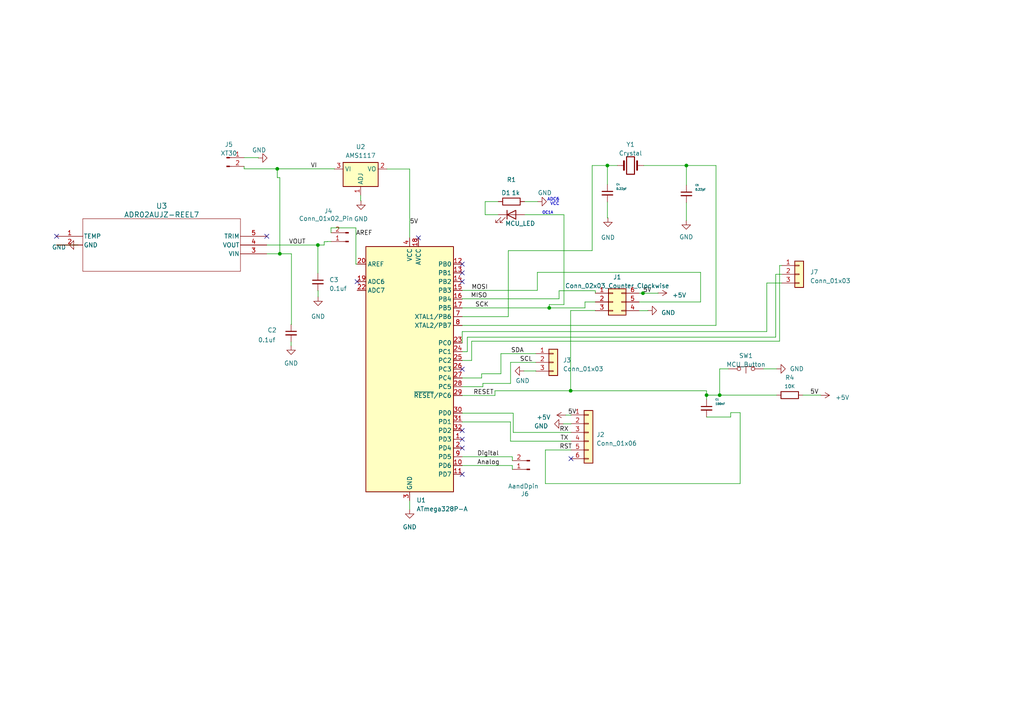
<source format=kicad_sch>
(kicad_sch (version 20230121) (generator eeschema)
  (paper "A4")
  (lib_symbols
    (symbol "2023-06-26_00-14-37:ADR02AUJZ-REEL7" (pin_names (offset 0.254))
      (property "Reference" "U" (at 30.48 10.16 0))
      (property "Value" "ADR02AUJZ-REEL7" (at 30.48 7.62 0))
      (symbol "ADR02AUJZ-REEL7_0_1"
        (polyline (pts (xy 7.62 -10.16) (xy 53.34 -10.16)) (stroke (width 0.127)))
        (polyline (pts (xy 7.62 5.08) (xy 7.62 -10.16)) (stroke (width 0.127)))
        (polyline (pts (xy 53.34 -10.16) (xy 53.34 5.08)) (stroke (width 0.127)))
        (polyline (pts (xy 53.34 5.08) (xy 7.62 5.08)) (stroke (width 0.127)))
        (pin unspecified line (at 0 0 0) (length 7.62) (name "TEMP") (number "1"))
        (pin unspecified line (at 0 -2.54 0) (length 7.62) (name "GND") (number "2"))
        (pin unspecified line (at 60.96 -5.08 180) (length 7.62) (name "VIN") (number "3"))
        (pin unspecified line (at 60.96 -2.54 180) (length 7.62) (name "VOUT") (number "4"))
        (pin unspecified line (at 60.96 0 180) (length 7.62) (name "TRIM") (number "5"))
      )
    )
    (symbol "Connector:Conn_01x02_Pin" (pin_names (offset 1.016) hide)
      (property "Reference" "J" (at 0 2.54 0))
      (property "Value" "Conn_01x02_Pin" (at 0 -5.08 0))
      (symbol "Conn_01x02_Pin_1_1"
        (polyline (pts (xy 1.27 -2.54) (xy 0.8636 -2.54)) (stroke (width 0.1524)))
        (polyline (pts (xy 1.27 0) (xy 0.8636 0)) (stroke (width 0.1524)))
        (rectangle (start 0.8636 -2.413) (end 0 -2.667) (stroke (width 0.1524)) (fill (type outline)))
        (rectangle (start 0.8636 0.127) (end 0 -0.127) (stroke (width 0.1524)) (fill (type outline)))
        (pin passive line (at 5.08 0 180) (length 3.81) (name "Pin_1") (number "1"))
        (pin passive line (at 5.08 -2.54 180) (length 3.81) (name "Pin_2") (number "2"))
      )
    )
    (symbol "Connector_Generic:Conn_01x03" (pin_names (offset 1.016) hide)
      (property "Reference" "J" (at 0 5.08 0))
      (property "Value" "Conn_01x03" (at 0 -5.08 0))
      (symbol "Conn_01x03_1_1"
        (rectangle (start -1.27 -2.413) (end 0 -2.667) (stroke (width 0.1524)))
        (rectangle (start -1.27 0.127) (end 0 -0.127) (stroke (width 0.1524)))
        (rectangle (start -1.27 2.667) (end 0 2.413) (stroke (width 0.1524)))
        (rectangle (start -1.27 3.81) (end 1.27 -3.81) (stroke (width 0.254)) (fill (type background)))
        (pin passive line (at -5.08 2.54 0) (length 3.81) (name "Pin_1") (number "1"))
        (pin passive line (at -5.08 0 0) (length 3.81) (name "Pin_2") (number "2"))
        (pin passive line (at -5.08 -2.54 0) (length 3.81) (name "Pin_3") (number "3"))
      )
    )
    (symbol "Connector_Generic:Conn_01x06" (pin_names (offset 1.016) hide)
      (property "Reference" "J" (at 0 7.62 0))
      (property "Value" "Conn_01x06" (at 0 -10.16 0))
      (symbol "Conn_01x06_1_1"
        (rectangle (start -1.27 -7.493) (end 0 -7.747) (stroke (width 0.1524)))
        (rectangle (start -1.27 -4.953) (end 0 -5.207) (stroke (width 0.1524)))
        (rectangle (start -1.27 -2.413) (end 0 -2.667) (stroke (width 0.1524)))
        (rectangle (start -1.27 0.127) (end 0 -0.127) (stroke (width 0.1524)))
        (rectangle (start -1.27 2.667) (end 0 2.413) (stroke (width 0.1524)))
        (rectangle (start -1.27 5.207) (end 0 4.953) (stroke (width 0.1524)))
        (rectangle (start -1.27 6.35) (end 1.27 -8.89) (stroke (width 0.254)) (fill (type background)))
        (pin passive line (at -5.08 5.08 0) (length 3.81) (name "Pin_1") (number "1"))
        (pin passive line (at -5.08 2.54 0) (length 3.81) (name "Pin_2") (number "2"))
        (pin passive line (at -5.08 0 0) (length 3.81) (name "Pin_3") (number "3"))
        (pin passive line (at -5.08 -2.54 0) (length 3.81) (name "Pin_4") (number "4"))
        (pin passive line (at -5.08 -5.08 0) (length 3.81) (name "Pin_5") (number "5"))
        (pin passive line (at -5.08 -7.62 0) (length 3.81) (name "Pin_6") (number "6"))
      )
    )
    (symbol "Connector_Generic:Conn_02x03_Counter_Clockwise" (pin_names (offset 1.016) hide)
      (property "Reference" "J" (at 1.27 5.08 0))
      (property "Value" "Conn_02x03_Counter_Clockwise" (at 1.27 -5.08 0))
      (symbol "Conn_02x03_Counter_Clockwise_1_1"
        (rectangle (start -1.27 -2.413) (end 0 -2.667) (stroke (width 0.1524)))
        (rectangle (start -1.27 0.127) (end 0 -0.127) (stroke (width 0.1524)))
        (rectangle (start -1.27 2.667) (end 0 2.413) (stroke (width 0.1524)))
        (rectangle (start -1.27 3.81) (end 3.81 -3.81) (stroke (width 0.254)) (fill (type background)))
        (rectangle (start 3.81 -2.413) (end 2.54 -2.667) (stroke (width 0.1524)))
        (rectangle (start 3.81 0.127) (end 2.54 -0.127) (stroke (width 0.1524)))
        (rectangle (start 3.81 2.667) (end 2.54 2.413) (stroke (width 0.1524)))
        (pin passive line (at -5.08 2.54 0) (length 3.81) (name "Pin_1") (number "1"))
        (pin passive line (at -5.08 0 0) (length 3.81) (name "Pin_2") (number "2"))
        (pin passive line (at -5.08 -2.54 0) (length 3.81) (name "Pin_3") (number "3"))
        (pin passive line (at 7.62 -2.54 180) (length 3.81) (name "Pin_4") (number "4"))
        (pin passive line (at 7.62 0 180) (length 3.81) (name "Pin_5") (number "5"))
        (pin passive line (at 7.62 2.54 180) (length 3.81) (name "Pin_6") (number "6"))
      )
    )
    (symbol "Device:C_Small" (pin_numbers hide) (pin_names (offset 0.254) hide)
      (property "Reference" "C" (at 0.254 1.778 0))
      (property "Value" "C_Small" (at 0.254 -2.032 0))
      (symbol "C_Small_0_1"
        (polyline (pts (xy -1.524 -0.508) (xy 1.524 -0.508)) (stroke (width 0.3302)))
        (polyline (pts (xy -1.524 0.508) (xy 1.524 0.508)) (stroke (width 0.3048)))
      )
      (symbol "C_Small_1_1"
        (pin passive line (at 0 2.54 270) (length 2.032) (name "~") (number "1"))
        (pin passive line (at 0 -2.54 90) (length 2.032) (name "~") (number "2"))
      )
    )
    (symbol "Device:Crystal" (pin_numbers hide) (pin_names (offset 1.016) hide)
      (property "Reference" "Y" (at 0 3.81 0))
      (property "Value" "Crystal" (at 0 -3.81 0))
      (symbol "Crystal_0_1"
        (rectangle (start -1.143 2.54) (end 1.143 -2.54) (stroke (width 0.3048)))
        (polyline (pts (xy -2.54 0) (xy -1.905 0)))
        (polyline (pts (xy -1.905 -1.27) (xy -1.905 1.27)) (stroke (width 0.508)))
        (polyline (pts (xy 1.905 -1.27) (xy 1.905 1.27)) (stroke (width 0.508)))
        (polyline (pts (xy 2.54 0) (xy 1.905 0)))
      )
      (symbol "Crystal_1_1"
        (pin passive line (at -3.81 0 0) (length 1.27) (name "1") (number "1"))
        (pin passive line (at 3.81 0 180) (length 1.27) (name "2") (number "2"))
      )
    )
    (symbol "Device:LED" (pin_numbers hide) (pin_names (offset 1.016) hide)
      (property "Reference" "D" (at 0 2.54 0))
      (property "Value" "LED" (at 0 -2.54 0))
      (symbol "LED_0_1"
        (polyline (pts (xy -1.27 -1.27) (xy -1.27 1.27)) (stroke (width 0.254)))
        (polyline (pts (xy -1.27 0) (xy 1.27 0)))
        (polyline (pts (xy 1.27 -1.27) (xy 1.27 1.27) (xy -1.27 0) (xy 1.27 -1.27)) (stroke (width 0.254)))
        (polyline (pts (xy -3.048 -0.762) (xy -4.572 -2.286) (xy -3.81 -2.286) (xy -4.572 -2.286) (xy -4.572 -1.524)))
        (polyline (pts (xy -1.778 -0.762) (xy -3.302 -2.286) (xy -2.54 -2.286) (xy -3.302 -2.286) (xy -3.302 -1.524)))
      )
      (symbol "LED_1_1"
        (pin passive line (at -3.81 0 0) (length 2.54) (name "K") (number "1"))
        (pin passive line (at 3.81 0 180) (length 2.54) (name "A") (number "2"))
      )
    )
    (symbol "Device:R" (pin_numbers hide) (pin_names (offset 0))
      (property "Reference" "R" (at 2.032 0 90))
      (property "Value" "R" (at 0 0 90))
      (symbol "R_0_1"
        (rectangle (start -1.016 -2.54) (end 1.016 2.54) (stroke (width 0.254)))
      )
      (symbol "R_1_1"
        (pin passive line (at 0 3.81 270) (length 1.27) (name "~") (number "1"))
        (pin passive line (at 0 -3.81 90) (length 1.27) (name "~") (number "2"))
      )
    )
    (symbol "MCU_Microchip_ATmega:ATmega328P-A"
      (property "Reference" "U1" (at 1.9559 -37.9984 0))
      (property "Value" "ATmega328P-A" (at 1.9559 -40.5384 0))
      (symbol "ATmega328P-A_0_1"
        (rectangle (start -12.7 -35.56) (end 12.7 35.56) (stroke (width 0.254)) (fill (type background)))
      )
      (symbol "ATmega328P-A_1_1"
        (pin bidirectional line (at 15.24 -20.32 180) (length 2.54) (name "PD3") (number "1"))
        (pin bidirectional line (at 15.24 -27.94 180) (length 2.54) (name "PD6") (number "10"))
        (pin bidirectional line (at 15.24 -30.48 180) (length 2.54) (name "PD7") (number "11"))
        (pin bidirectional line (at 15.24 30.48 180) (length 2.54) (name "PB0") (number "12"))
        (pin bidirectional line (at 15.24 27.94 180) (length 2.54) (name "PB1") (number "13"))
        (pin bidirectional line (at 15.24 25.4 180) (length 2.54) (name "PB2") (number "14"))
        (pin bidirectional line (at 15.24 22.86 180) (length 2.54) (name "PB3") (number "15"))
        (pin bidirectional line (at 15.24 20.32 180) (length 2.54) (name "PB4") (number "16"))
        (pin bidirectional line (at 15.24 17.78 180) (length 2.54) (name "PB5") (number "17"))
        (pin power_in line (at 2.54 38.1 270) (length 2.54) (name "AVCC") (number "18"))
        (pin input line (at -15.24 25.4 0) (length 2.54) (name "ADC6") (number "19"))
        (pin bidirectional line (at 15.24 -22.86 180) (length 2.54) (name "PD4") (number "2"))
        (pin passive line (at -15.24 30.48 0) (length 2.54) (name "AREF") (number "20"))
        (pin passive line (at 0 -38.1 90) (length 2.54) hide (name "GND") (number "21"))
        (pin input line (at -15.24 22.86 0) (length 2.54) (name "ADC7") (number "22"))
        (pin bidirectional line (at 15.24 7.62 180) (length 2.54) (name "PC0") (number "23"))
        (pin bidirectional line (at 15.24 5.08 180) (length 2.54) (name "PC1") (number "24"))
        (pin bidirectional line (at 15.24 2.54 180) (length 2.54) (name "PC2") (number "25"))
        (pin bidirectional line (at 15.24 0 180) (length 2.54) (name "PC3") (number "26"))
        (pin bidirectional line (at 15.24 -2.54 180) (length 2.54) (name "PC4") (number "27"))
        (pin bidirectional line (at 15.24 -5.08 180) (length 2.54) (name "PC5") (number "28"))
        (pin bidirectional line (at 15.24 -7.62 180) (length 2.54) (name "~{RESET}/PC6") (number "29"))
        (pin power_out line (at 0 -38.1 90) (length 2.54) (name "GND") (number "3"))
        (pin bidirectional line (at 15.24 -12.7 180) (length 2.54) (name "PD0") (number "30"))
        (pin bidirectional line (at 15.24 -15.24 180) (length 2.54) (name "PD1") (number "31"))
        (pin bidirectional line (at 15.24 -17.78 180) (length 2.54) (name "PD2") (number "32"))
        (pin power_in line (at 0 38.1 270) (length 2.54) (name "VCC") (number "4"))
        (pin passive line (at 0 -38.1 90) (length 2.54) hide (name "GND") (number "5"))
        (pin passive line (at 0 38.1 270) (length 2.54) hide (name "VCC") (number "6"))
        (pin bidirectional line (at 15.24 15.24 180) (length 2.54) (name "XTAL1/PB6") (number "7"))
        (pin bidirectional line (at 15.24 12.7 180) (length 2.54) (name "XTAL2/PB7") (number "8"))
        (pin bidirectional line (at 15.24 -25.4 180) (length 2.54) (name "PD5") (number "9"))
      )
    )
    (symbol "Regulator_Linear:AMS1117"
      (property "Reference" "U" (at -3.81 3.175 0))
      (property "Value" "AMS1117" (at 0 3.175 0))
      (symbol "AMS1117_0_1"
        (rectangle (start -5.08 -5.08) (end 5.08 1.905) (stroke (width 0.254)) (fill (type background)))
      )
      (symbol "AMS1117_1_1"
        (pin input line (at 0 -7.62 90) (length 2.54) (name "ADJ") (number "1"))
        (pin power_out line (at 7.62 0 180) (length 2.54) (name "VO") (number "2"))
        (pin power_in line (at -7.62 0 0) (length 2.54) (name "VI") (number "3"))
      )
    )
    (symbol "Switch:SW_Push_Open" (pin_numbers hide) (pin_names (offset 1.016) hide)
      (property "Reference" "SW" (at 0 2.54 0))
      (property "Value" "SW_Push_Open" (at 0 -1.905 0))
      (symbol "SW_Push_Open_0_1"
        (circle (center -2.032 0) (radius 0.508))
        (polyline (pts (xy -2.54 -0.635) (xy 2.54 -0.635)))
        (polyline (pts (xy 0 -0.635) (xy 0 1.27)))
        (circle (center 2.032 0) (radius 0.508))
        (pin passive line (at -5.08 0 0) (length 2.54) (name "A") (number "1"))
      )
      (symbol "SW_Push_Open_1_1"
        (pin passive line (at 5.08 0 180) (length 2.54) (name "B") (number "2"))
      )
    )
    (symbol "power:+5V" (power) (pin_names (offset 0))
      (property "Value" "+5V" (at 0 3.556 0))
      (symbol "+5V_0_1"
        (polyline (pts (xy -0.762 1.27) (xy 0 2.54)))
        (polyline (pts (xy 0 0) (xy 0 2.54)))
        (polyline (pts (xy 0 2.54) (xy 0.762 1.27)))
      )
      (symbol "+5V_1_1"
        (pin power_in line (at 0 0 90) (length 0) hide (name "+5V") (number "1"))
      )
    )
    (symbol "power:GND" (power) (pin_names (offset 0))
      (property "Value" "GND" (at 0 -3.81 0))
      (symbol "GND_0_1"
        (polyline (pts (xy 0 0) (xy 0 -1.27) (xy 1.27 -1.27) (xy 0 -2.54) (xy -1.27 -1.27) (xy 0 -1.27)))
      )
      (symbol "GND_1_1"
        (pin power_in line (at 0 0 270) (length 0) hide (name "GND") (number "1"))
      )
    )
  )
  (junction (at 208.7372 114.6048))
  (junction (at 186.4868 85.0392))
  (junction (at 80.4164 48.9712))
  (junction (at 204.9272 114.6048))
  (junction (at 92.202 71.0692))
  (junction (at 165.506 113.3348))
  (junction (at 159.302 89.3064))
  (junction (at 176.1744 48.006))
  (junction (at 81.1628 73.6092))
  (junction (at 199.0852 48.006))
  (no_connect (at 16.4084 68.5292))
  (no_connect (at 134.0612 124.8664))
  (no_connect (at 134.0612 76.6064))
  (no_connect (at 134.0612 127.4064))
  (no_connect (at 121.3612 68.9864))
  (no_connect (at 134.0612 79.1464))
  (no_connect (at 77.3684 68.5292))
  (no_connect (at 134.0612 137.5664))
  (no_connect (at 134.0612 81.6864))
  (no_connect (at 134.0612 107.0864))
  (no_connect (at 103.5812 81.6864))
  (no_connect (at 134.0612 129.9464))
  (no_connect (at 165.608 133.0452))
  (wire (pts (xy 112.2172 49.022) (xy 118.8212 49.022)))
  (wire (pts (xy 134.0612 84.2264) (xy 155.8544 84.2264)))
  (wire (pts (xy 81.1628 73.6092) (xy 81.1628 51.5112)))
  (wire (pts (xy 96.9772 48.9712) (xy 96.9772 49.022)))
  (wire (pts (xy 155.8544 78.994) (xy 203.2 78.994)))
  (wire (pts (xy 147.4216 72.6948) (xy 147.4216 91.8464)))
  (wire (pts (xy 77.3684 73.6092) (xy 81.1628 73.6092)))
  (wire (pts (xy 186.69 48.006) (xy 199.0852 48.006)))
  (wire (pts (xy 165.506 90.0684) (xy 172.6692 90.0684)))
  (wire (pts (xy 134.0612 135.0264) (xy 148.59 135.0264)))
  (wire (pts (xy 203.2 78.994) (xy 203.2 87.5792)))
  (wire (pts (xy 147.4216 72.6948) (xy 171.7548 72.6948)))
  (wire (pts (xy 204.9272 120.9548) (xy 211.9376 120.9548)))
  (wire (pts (xy 185.3692 90.1192) (xy 187.9092 90.1192)))
  (wire (pts (xy 134.0612 91.8464) (xy 147.4216 91.8464)))
  (wire (pts (xy 199.0852 48.006) (xy 207.6704 48.006)))
  (wire (pts (xy 172.6692 90.0684) (xy 172.6692 90.1192)))
  (wire (pts (xy 163.3728 122.936) (xy 165.608 122.936)))
  (wire (pts (xy 165.608 120.396) (xy 165.608 120.3452)))
  (wire (pts (xy 70.8152 48.9712) (xy 80.4164 48.9712)))
  (wire (pts (xy 134.0612 86.6648) (xy 134.0612 86.7664)))
  (wire (pts (xy 224.9932 79.5528) (xy 226.7204 79.5528)))
  (wire (pts (xy 221.4372 106.9848) (xy 225.2472 106.9848)))
  (wire (pts (xy 136.8044 98.9584) (xy 226.1108 98.9584)))
  (wire (pts (xy 164.084 120.396) (xy 165.608 120.396)))
  (wire (pts (xy 155.3972 107.5944) (xy 155.3972 107.6452)))
  (wire (pts (xy 145.288 108.4072) (xy 145.288 102.5652)))
  (wire (pts (xy 148.082 111.2134) (xy 148.082 105.1052)))
  (wire (pts (xy 211.9376 119.6848) (xy 214.6808 119.6848)))
  (wire (pts (xy 104.5972 58.2168) (xy 104.6988 58.2168)))
  (wire (pts (xy 140.0556 111.2134) (xy 148.082 111.2134)))
  (wire (pts (xy 162.1536 84.328) (xy 172.6692 84.328)))
  (wire (pts (xy 226.1108 77.0128) (xy 226.7204 77.0128)))
  (wire (pts (xy 224.9932 97.79) (xy 224.9932 79.5528)))
  (wire (pts (xy 222.4024 82.0928) (xy 226.7204 82.0928)))
  (wire (pts (xy 80.4164 51.5112) (xy 80.4164 48.9712)))
  (wire (pts (xy 84.5312 73.6092) (xy 84.5312 94.0816)))
  (wire (pts (xy 92.2528 84.328) (xy 92.202 84.328)))
  (wire (pts (xy 207.6704 48.006) (xy 207.6704 94.3864)))
  (wire (pts (xy 145.288 102.5652) (xy 155.3972 102.5652)))
  (wire (pts (xy 81.1628 73.6092) (xy 84.5312 73.6092)))
  (wire (pts (xy 134.0612 119.8372) (xy 134.0612 119.7864)))
  (wire (pts (xy 222.4024 96.1644) (xy 222.4024 82.0928)))
  (wire (pts (xy 140.716 58.4708) (xy 144.526 58.4708)))
  (wire (pts (xy 176.1744 48.006) (xy 179.07 48.006)))
  (wire (pts (xy 96.012 66.0908) (xy 96.012 67.5132)))
  (wire (pts (xy 199.0852 63.9572) (xy 199.0344 63.9572)))
  (wire (pts (xy 226.1108 98.9584) (xy 226.1108 77.0128)))
  (wire (pts (xy 148.082 105.1052) (xy 155.3972 105.1052)))
  (wire (pts (xy 92.202 79.248) (xy 92.202 71.0692)))
  (wire (pts (xy 140.716 62.2808) (xy 140.716 58.4708)))
  (wire (pts (xy 151.9428 107.5944) (xy 155.3972 107.5944)))
  (wire (pts (xy 232.8672 114.6048) (xy 238.0488 114.6048)))
  (wire (pts (xy 22.6568 71.0692) (xy 16.4084 71.0692)))
  (wire (pts (xy 186.4868 85.09) (xy 186.4868 85.0392)))
  (wire (pts (xy 159.302 88.3412) (xy 159.302 89.3064)))
  (wire (pts (xy 171.7548 72.6948) (xy 171.7548 48.006)))
  (wire (pts (xy 84.5312 94.0816) (xy 84.4296 94.0816)))
  (wire (pts (xy 169.672 87.5792) (xy 172.6692 87.5792)))
  (wire (pts (xy 171.7548 48.006) (xy 176.1744 48.006)))
  (wire (pts (xy 70.8152 45.72) (xy 74.93 45.72)))
  (wire (pts (xy 187.9092 90.1192) (xy 187.9092 90.0684)))
  (wire (pts (xy 148.8563 125.4252) (xy 165.608 125.4252)))
  (wire (pts (xy 134.0612 99.4664) (xy 134.0612 96.1644)))
  (wire (pts (xy 81.1628 51.5112) (xy 80.4164 51.5112)))
  (wire (pts (xy 136.8044 104.5464) (xy 136.8044 98.9584)))
  (wire (pts (xy 118.8212 49.022) (xy 118.8212 68.9864)))
  (wire (pts (xy 158.1912 130.5052) (xy 165.608 130.5052)))
  (wire (pts (xy 185.3692 85.0392) (xy 186.4868 85.0392)))
  (wire (pts (xy 134.0612 96.1644) (xy 222.4024 96.1644)))
  (wire (pts (xy 204.9272 114.6048) (xy 204.9272 115.8748)))
  (wire (pts (xy 176.1744 58.5724) (xy 176.1744 63.1952)))
  (wire (pts (xy 163.576 62.2808) (xy 163.576 88.3412)))
  (wire (pts (xy 139.7 108.4072) (xy 145.288 108.4072)))
  (wire (pts (xy 104.5972 56.642) (xy 104.5972 58.2168)))
  (wire (pts (xy 134.0612 112.1664) (xy 140.0556 112.1664)))
  (wire (pts (xy 152.146 58.4708) (xy 155.956 58.4708)))
  (wire (pts (xy 162.1536 86.6648) (xy 162.1536 84.328)))
  (wire (pts (xy 190.8556 85.0392) (xy 190.8556 84.9884)))
  (wire (pts (xy 134.0612 102.0064) (xy 135.5344 102.0064)))
  (wire (pts (xy 176.1744 63.1952) (xy 176.3268 63.1952)))
  (wire (pts (xy 92.2528 86.106) (xy 92.2528 84.328)))
  (wire (pts (xy 144.526 62.2808) (xy 140.716 62.2808)))
  (wire (pts (xy 134.0612 132.4864) (xy 148.59 132.4864)))
  (wire (pts (xy 143.5608 114.7064) (xy 134.0612 114.7064)))
  (wire (pts (xy 70.8152 48.9712) (xy 70.8152 48.26)))
  (wire (pts (xy 139.7 109.6264) (xy 134.0612 109.6264)))
  (wire (pts (xy 148.0627 122.3772) (xy 148.0627 127.9652)))
  (wire (pts (xy 159.302 89.3064) (xy 169.672 89.3064)))
  (wire (pts (xy 148.8563 119.8372) (xy 148.8563 125.4252)))
  (wire (pts (xy 204.9272 113.3348) (xy 204.9272 114.6048)))
  (wire (pts (xy 92.202 71.0692) (xy 94.0308 71.0692)))
  (wire (pts (xy 134.0612 122.3772) (xy 148.0627 122.3772)))
  (wire (pts (xy 203.2 87.5792) (xy 185.3692 87.5792)))
  (wire (pts (xy 134.0612 122.3772) (xy 134.0612 122.3264)))
  (wire (pts (xy 186.4868 85.0392) (xy 190.8556 85.0392)))
  (wire (pts (xy 77.3684 71.0692) (xy 92.202 71.0692)))
  (wire (pts (xy 135.5344 97.79) (xy 224.9932 97.79)))
  (wire (pts (xy 84.4296 99.1616) (xy 84.4296 100.2792)))
  (wire (pts (xy 143.5608 113.3348) (xy 165.506 113.3348)))
  (wire (pts (xy 214.6808 140.2588) (xy 158.1912 140.2588)))
  (wire (pts (xy 169.672 89.3064) (xy 169.672 87.5792)))
  (wire (pts (xy 118.8212 145.1864) (xy 118.8212 147.7772)))
  (wire (pts (xy 165.608 122.936) (xy 165.608 122.8852)))
  (wire (pts (xy 135.5344 102.0064) (xy 135.5344 97.79)))
  (wire (pts (xy 211.2772 106.9848) (xy 208.7372 106.9848)))
  (wire (pts (xy 94.9452 70.0532) (xy 96.012 70.0532)))
  (wire (pts (xy 163.576 88.3412) (xy 159.302 88.3412)))
  (wire (pts (xy 148.59 135.0264) (xy 148.59 136.144)))
  (wire (pts (xy 208.7372 106.9848) (xy 208.7372 114.6048)))
  (wire (pts (xy 143.5608 113.3348) (xy 143.5608 114.7064)))
  (wire (pts (xy 148.0627 127.9652) (xy 165.608 127.9652)))
  (wire (pts (xy 165.506 113.3348) (xy 165.506 90.0684)))
  (wire (pts (xy 74.93 45.72) (xy 74.93 45.8216)))
  (wire (pts (xy 148.59 132.4864) (xy 148.59 133.604)))
  (wire (pts (xy 176.1744 53.4924) (xy 176.1744 48.006)))
  (wire (pts (xy 103.5812 76.6064) (xy 103.2256 76.6064)))
  (wire (pts (xy 238.0488 114.6556) (xy 238.0488 114.6048)))
  (wire (pts (xy 152.146 62.2808) (xy 163.576 62.2808)))
  (wire (pts (xy 208.7372 114.6048) (xy 225.2472 114.6048)))
  (wire (pts (xy 207.6704 94.3864) (xy 134.0612 94.3864)))
  (wire (pts (xy 199.0852 58.7756) (xy 199.0852 63.9572)))
  (wire (pts (xy 134.0612 119.8372) (xy 148.8563 119.8372)))
  (wire (pts (xy 204.9272 114.6048) (xy 208.7372 114.6048)))
  (wire (pts (xy 134.0612 104.5464) (xy 136.8044 104.5464)))
  (wire (pts (xy 80.4164 48.9712) (xy 96.9772 48.9712)))
  (wire (pts (xy 165.506 113.3348) (xy 204.9272 113.3348)))
  (wire (pts (xy 214.6808 119.6848) (xy 214.6808 140.2588)))
  (wire (pts (xy 134.0612 89.3064) (xy 159.302 89.3064)))
  (wire (pts (xy 158.1912 140.2588) (xy 158.1912 130.5052)))
  (wire (pts (xy 172.6692 84.328) (xy 172.6692 85.0392)))
  (wire (pts (xy 103.2256 76.6064) (xy 103.2256 66.0908)))
  (wire (pts (xy 199.0852 53.6956) (xy 199.0852 48.006)))
  (wire (pts (xy 139.7 108.4072) (xy 139.7 109.6264)))
  (wire (pts (xy 103.2256 66.0908) (xy 96.012 66.0908)))
  (wire (pts (xy 140.0556 112.1664) (xy 140.0556 111.2134)))
  (wire (pts (xy 94.0308 70.104) (xy 94.0308 71.0692)))
  (wire (pts (xy 134.0612 86.6648) (xy 162.1536 86.6648)))
  (wire (pts (xy 94.9452 70.104) (xy 94.0308 70.104)))
  (wire (pts (xy 94.9452 70.0532) (xy 94.9452 70.104)))
  (wire (pts (xy 211.9376 120.9548) (xy 211.9376 119.6848)))
  (wire (pts (xy 155.8544 84.2264) (xy 155.8544 78.994)))
  (text "VCC" (at 162.306 59.7408 0) (effects (font (size 0.9 0.9)) (justify right bottom)))
  (text "ADC6" (at 162.306 58.4708 0) (effects (font (size 0.9 0.9)) (justify right bottom)))
  (text "OC1A" (at 157.226 62.2808 0) (effects (font (size 0.8 0.8)) (justify left bottom)))
  (label "5V" (at 164.718 120.396 0))
  (label "SCK" (at 137.8055 89.3064 0))
  (label "VOUT" (at 83.7768 71.0692 0))
  (label "SDA" (at 148.1933 102.5652 0))
  (label "5V" (at 186.4868 85.09 0))
  (label "MISO" (at 136.5249 86.6648 0))
  (label "AREF" (at 103.2256 68.5535 0))
  (label "MOSI" (at 136.7395 84.2264 0))
  (label "5V" (at 234.9585 114.6048 0))
  (label "Analog" (at 138.3876 135.0264 0))
  (label "RX" (at 162.2751 125.4252 0))
  (label "SCL" (at 150.7707 105.1052 0))
  (label "TX" (at 162.4915 127.9652 0))
  (label "RST" (at 162.2752 130.5052 0))
  (label "Digital" (at 138.3876 132.4864 0))
  (label "5V" (at 118.8212 65.1894 0))
  (label "RESET" (at 137.2805 114.7064 0))
  (label "VI" (at 90.1025 48.9712 0))
  (symbol (lib_id "power:GND") (at 225.2472 106.9848 90) (unit 1)
    (property "Reference" "#PWR03" (effects hide))
    (property "Value" "GND" (at 229.0572 106.9847 90) (effects (justify right)))
  )
  (symbol (lib_id "Connector_Generic:Conn_01x06") (at 170.688 125.4252 0) (unit 1)
    (property "Reference" "J2" (at 172.974 126.0602 0) (effects (justify left)))
    (property "Value" "Conn_01x06" (at 172.974 128.6002 0) (effects (justify left)))
    (property "Footprint" "Connector_PinHeader_2.54mm:PinHeader_1x06_P2.54mm_Vertical" (effects hide))
  )
  (symbol (lib_id "Connector:Conn_01x02_Pin") (at 65.7352 45.72 0) (unit 1)
    (property "Reference" "J5" (at 66.3702 41.91 0))
    (property "Value" "XT30" (at 66.3702 44.45 0))
    (property "Footprint" "Connector_AMASS:AMASS_XT30U-F_1x02_P5.0mm_Vertical" (effects hide))
  )
  (symbol (lib_id "power:+5V") (at 164.084 120.396 90) (unit 1)
    (property "Reference" "#PWR013" (effects hide))
    (property "Value" "+5V" (at 159.7152 121.031 90) (effects (justify left)))
  )
  (symbol (lib_id "power:GND") (at 84.4296 100.2792 0) (unit 1)
    (property "Reference" "#PWR09" (effects hide))
    (property "Value" "GND" (at 84.4296 105.3592 0))
  )
  (symbol (lib_id "power:GND") (at 199.0344 63.9572 0) (unit 1)
    (property "Reference" "#PWR016" (effects hide))
    (property "Value" "GND" (at 199.0344 68.7324 0))
  )
  (symbol (lib_id "Device:C_Small") (at 176.1744 56.0324 0) (unit 1)
    (property "Reference" "C4" (at 178.7144 53.4924 0) (effects (font (size 0.5 0.5)) (justify left)))
    (property "Value" "0.22pf" (at 178.7144 54.7624 0) (effects (font (size 0.6 0.6)) (justify left)))
    (property "Footprint" "Capacitor_THT:C_Disc_D3.0mm_W1.6mm_P2.50mm" (effects hide))
  )
  (symbol (lib_id "Device:Crystal") (at 182.88 48.006 0) (unit 1)
    (property "Reference" "Y1" (at 182.88 41.91 0))
    (property "Value" "Crystal" (at 182.88 44.45 0))
    (property "Footprint" "Crystal:Crystal_HC49-4H_Vertical" (effects hide))
  )
  (symbol (lib_id "Device:R") (at 148.336 58.4708 90) (unit 1)
    (property "Reference" "R1" (at 148.336 52.1208 90))
    (property "Value" "1k" (at 149.606 55.9308 90))
    (property "Footprint" "Resistor_THT:R_Axial_DIN0204_L3.6mm_D1.6mm_P1.90mm_Vertical" (effects hide))
  )
  (symbol (lib_id "Connector:Conn_01x02_Pin") (at 153.67 136.144 180) (unit 1)
    (property "Reference" "J6" (at 152.2476 143.256 0))
    (property "Value" "AandDpin" (at 151.7904 141.0208 0))
    (property "Footprint" "Connector_PinHeader_2.54mm:PinHeader_1x02_P2.54mm_Vertical" (effects hide))
  )
  (symbol (lib_id "power:GND") (at 74.93 45.8216 90) (unit 1)
    (property "Reference" "#PWR07" (effects hide))
    (property "Value" "GND" (at 73.1012 43.5356 90) (effects (justify right)))
  )
  (symbol (lib_id "Device:C_Small") (at 199.0852 56.2356 0) (unit 1)
    (property "Reference" "C5" (at 201.6252 53.6956 0) (effects (font (size 0.5 0.5)) (justify left)))
    (property "Value" "0.22pf" (at 201.6252 54.9656 0) (effects (font (size 0.6 0.6)) (justify left)))
    (property "Footprint" "Capacitor_THT:C_Disc_D3.0mm_W1.6mm_P2.50mm" (effects hide))
  )
  (symbol (lib_id "Switch:SW_Push_Open") (at 216.3572 106.9848 180) (unit 1)
    (property "Reference" "SW1" (at 216.3572 103.1748 0))
    (property "Value" "MCU_Button" (at 216.3572 105.7148 0))
    (property "Footprint" "Button_Switch_THT:SW_PUSH_6mm" (effects hide))
  )
  (symbol (lib_id "power:+5V") (at 238.0488 114.6556 270) (unit 1)
    (property "Reference" "#PWR011" (effects hide))
    (property "Value" "+5V" (at 242.2652 115.2906 90) (effects (justify left)))
  )
  (symbol (lib_id "power:GND") (at 118.8212 147.7772 0) (unit 1)
    (property "Reference" "#PWR01" (effects hide))
    (property "Value" "GND" (at 118.8212 152.8572 0))
  )
  (symbol (lib_id "power:GND") (at 22.6568 71.0692 270) (unit 1)
    (property "Reference" "#PWR08" (effects hide))
    (property "Value" "GND" (at 19.1516 71.7042 90) (effects (justify right)))
  )
  (symbol (lib_id "Device:R") (at 229.0572 114.6048 90) (unit 1)
    (property "Reference" "R4" (at 229.0572 109.5248 90))
    (property "Value" "10K" (at 229.0572 112.0648 90) (effects (font (size 1 1))))
    (property "Footprint" "Resistor_SMD:R_1206_3216Metric" (effects hide))
  )
  (symbol (lib_id "MCU_Microchip_ATmega:ATmega328P-A") (at 118.8212 107.0864 0) (unit 1)
    (property "Reference" "U1" (at 120.7771 145.0848 0) (effects (justify left)))
    (property "Value" "ATmega328P-A" (at 120.7771 147.6248 0) (effects (justify left)))
    (property "Footprint" "Package_QFP:TQFP-32_7x7mm_P0.8mm" (effects hide))
    (property "Datasheet" "http://ww1.microchip.com/downloads/en/DeviceDoc/ATmega328_P%20AVR%20MCU%20with%20picoPower%20Technology%20Data%20Sheet%2040001984A.pdf" (effects hide))
  )
  (symbol (lib_id "power:GND") (at 155.956 58.4708 90) (unit 1)
    (property "Reference" "#PWR02" (effects hide))
    (property "Value" "GND" (at 155.956 55.9308 90) (effects (justify right)))
  )
  (symbol (lib_id "2023-06-26_00-14-37:ADR02AUJZ-REEL7") (at 16.4084 68.5292 0) (unit 1)
    (property "Reference" "U3" (at 46.8884 59.7408 0) (effects (font (size 1.524 1.524))))
    (property "Value" "ADR02AUJZ-REEL7" (at 46.8884 62.2808 0) (effects (font (size 1.524 1.524))))
    (property "Footprint" "footprints:UJ_5_ADI" (effects hide))
    (property "Datasheet" "ADR02AUJZ-REEL7" (effects hide))
  )
  (symbol (lib_id "power:GND") (at 151.9428 107.5944 270) (unit 1)
    (property "Reference" "#PWR05" (effects hide))
    (property "Value" "GND" (at 153.6192 110.4392 90) (effects (justify right)))
  )
  (symbol (lib_id "power:+5V") (at 190.8556 84.9884 270) (unit 1)
    (property "Reference" "#PWR014" (effects hide))
    (property "Value" "+5V" (at 194.9704 85.6234 90) (effects (justify left)))
  )
  (symbol (lib_id "power:GND") (at 163.3728 122.936 270) (unit 1)
    (property "Reference" "#PWR06" (effects hide))
    (property "Value" "GND" (at 159.004 123.571 90) (effects (justify right)))
  )
  (symbol (lib_id "Connector_Generic:Conn_01x03") (at 231.8004 79.5528 0) (unit 1)
    (property "Reference" "J7" (at 234.95 78.9178 0) (effects (justify left)))
    (property "Value" "Conn_01x03" (at 234.95 81.4578 0) (effects (justify left)))
    (property "Footprint" "Connector_PinHeader_2.54mm:PinHeader_1x03_P2.54mm_Vertical" (effects hide))
  )
  (symbol (lib_id "Regulator_Linear:AMS1117") (at 104.5972 49.022 0) (unit 1)
    (property "Reference" "U2" (at 104.5972 42.5704 0))
    (property "Value" "AMS1117" (at 104.5972 45.1104 0))
    (property "Footprint" "Package_TO_SOT_SMD:SOT-223-3_TabPin2" (effects hide))
    (property "Datasheet" "http://www.advanced-monolithic.com/pdf/ds1117.pdf" (effects hide))
  )
  (symbol (lib_id "power:GND") (at 176.3268 63.1952 0) (unit 1)
    (property "Reference" "#PWR015" (effects hide))
    (property "Value" "GND" (at 176.3268 68.8848 0))
  )
  (symbol (lib_id "Connector:Conn_01x02_Pin") (at 101.092 70.0532 180) (unit 1)
    (property "Reference" "J4" (at 94.0308 61.214 0) (effects (justify right)))
    (property "Value" "Conn_01x02_Pin" (at 86.6648 63.3984 0) (effects (justify right)))
    (property "Footprint" "Connector_PinHeader_2.54mm:PinHeader_1x02_P2.54mm_Vertical" (effects hide))
  )
  (symbol (lib_id "power:GND") (at 92.2528 86.106 0) (unit 1)
    (property "Reference" "#PWR010" (effects hide))
    (property "Value" "GND" (at 92.2528 91.7956 0))
  )
  (symbol (lib_id "Connector_Generic:Conn_01x03") (at 160.4772 105.1052 0) (unit 1)
    (property "Reference" "J3" (at 163.2712 104.4702 0) (effects (justify left)))
    (property "Value" "Conn_01x03" (at 163.2712 107.0102 0) (effects (justify left)))
    (property "Footprint" "Connector_PinHeader_2.54mm:PinHeader_1x03_P2.54mm_Vertical" (effects hide))
  )
  (symbol (lib_id "power:GND") (at 187.9092 90.0684 90) (unit 1)
    (property "Reference" "#PWR04" (effects hide))
    (property "Value" "GND" (at 191.77 90.7034 90) (effects (justify right)))
  )
  (symbol (lib_id "Connector_Generic:Conn_02x03_Counter_Clockwise") (at 177.7492 87.5792 0) (unit 1)
    (property "Reference" "J1" (at 179.0192 80.3656 0))
    (property "Value" "Conn_02x03_Counter_Clockwise" (at 179.0192 82.9056 0))
    (property "Footprint" "Connector_PinHeader_2.54mm:PinHeader_2x03_P2.54mm_Vertical" (effects hide))
  )
  (symbol (lib_id "Device:C_Small") (at 84.4296 96.6216 0) (unit 1)
    (property "Reference" "C2" (at 77.5716 95.758 0) (effects (justify left)))
    (property "Value" "0.1uf" (at 74.8284 98.6028 0) (effects (justify left)))
    (property "Footprint" "Capacitor_SMD:C_1206_3216Metric" (effects hide))
  )
  (symbol (lib_id "power:GND") (at 104.6988 58.2168 0) (unit 1)
    (property "Reference" "#PWR012" (effects hide))
    (property "Value" "GND" (at 104.6988 63.5 0))
  )
  (symbol (lib_id "Device:C_Small") (at 204.9272 118.4148 0) (unit 1)
    (property "Reference" "C1" (at 207.4672 115.8748 0) (effects (font (size 0.5 0.5)) (justify left)))
    (property "Value" "100nF" (at 207.4672 117.1448 0) (effects (font (size 0.6 0.6)) (justify left)))
    (property "Footprint" "Capacitor_THT:C_Disc_D3.0mm_W1.6mm_P2.50mm" (effects hide))
  )
  (symbol (lib_id "Device:LED") (at 148.336 62.2808 0) (unit 1)
    (property "Reference" "D1" (at 146.7485 55.9308 0))
    (property "Value" "MCU_LED" (at 150.876 64.8208 0))
    (property "Footprint" "LED_THT:LED_D5.0mm" (effects hide))
  )
  (symbol (lib_id "Device:C_Small") (at 92.202 81.788 0) (unit 1)
    (property "Reference" "C3" (at 95.504 81.1593 0) (effects (justify left)))
    (property "Value" "0.1uf" (at 95.504 83.6993 0) (effects (justify left)))
    (property "Footprint" "Capacitor_SMD:C_1206_3216Metric" (effects hide))
  )
)
</source>
